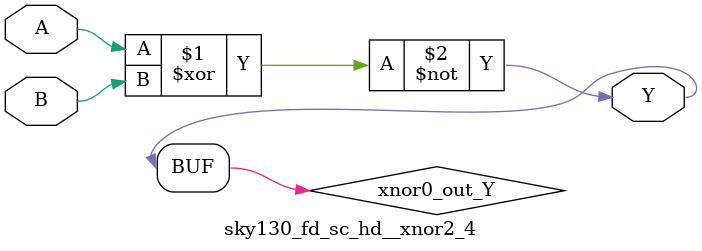
<source format=v>
/*
 * Copyright 2020 The SkyWater PDK Authors
 *
 * Licensed under the Apache License, Version 2.0 (the "License");
 * you may not use this file except in compliance with the License.
 * You may obtain a copy of the License at
 *
 *     https://www.apache.org/licenses/LICENSE-2.0
 *
 * Unless required by applicable law or agreed to in writing, software
 * distributed under the License is distributed on an "AS IS" BASIS,
 * WITHOUT WARRANTIES OR CONDITIONS OF ANY KIND, either express or implied.
 * See the License for the specific language governing permissions and
 * limitations under the License.
 *
 * SPDX-License-Identifier: Apache-2.0
*/


`ifndef SKY130_FD_SC_HD__XNOR2_4_FUNCTIONAL_V
`define SKY130_FD_SC_HD__XNOR2_4_FUNCTIONAL_V

/**
 * xnor2: 2-input exclusive NOR.
 *
 *        Y = !(A ^ B)
 *
 * Verilog simulation functional model.
 */

`timescale 1ns / 1ps
`default_nettype none

`celldefine
module sky130_fd_sc_hd__xnor2_4 (
    Y,
    A,
    B
);

    // Module ports
    output Y;
    input  A;
    input  B;

    // Local signals
    wire xnor0_out_Y;

    //   Name   Output       Other arguments
    xnor xnor0 (xnor0_out_Y, A, B           );
    buf  buf0  (Y          , xnor0_out_Y    );

endmodule
`endcelldefine

`default_nettype wire
`endif  // SKY130_FD_SC_HD__XNOR2_4_FUNCTIONAL_V

</source>
